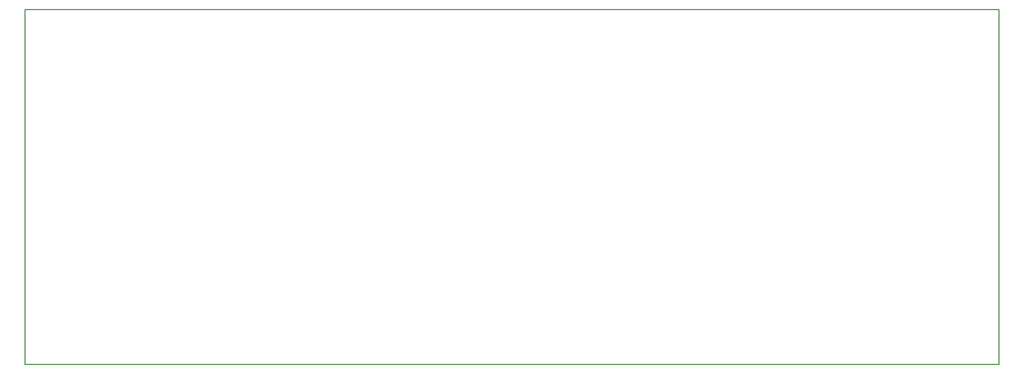
<source format=gbr>
G04 #@! TF.FileFunction,Legend,Bot*
%FSLAX46Y46*%
G04 Gerber Fmt 4.6, Leading zero omitted, Abs format (unit mm)*
G04 Created by KiCad (PCBNEW 4.0.4-stable) date 11/18/18 17:44:53*
%MOMM*%
%LPD*%
G01*
G04 APERTURE LIST*
%ADD10C,0.100000*%
%ADD11C,0.150000*%
G04 APERTURE END LIST*
D10*
D11*
X225200000Y-69800000D02*
X225200000Y-126400000D01*
X70200000Y-69800000D02*
X225200000Y-69800000D01*
X70200000Y-126400000D02*
X70200000Y-69800000D01*
X225200000Y-126400000D02*
X70200000Y-126400000D01*
M02*

</source>
